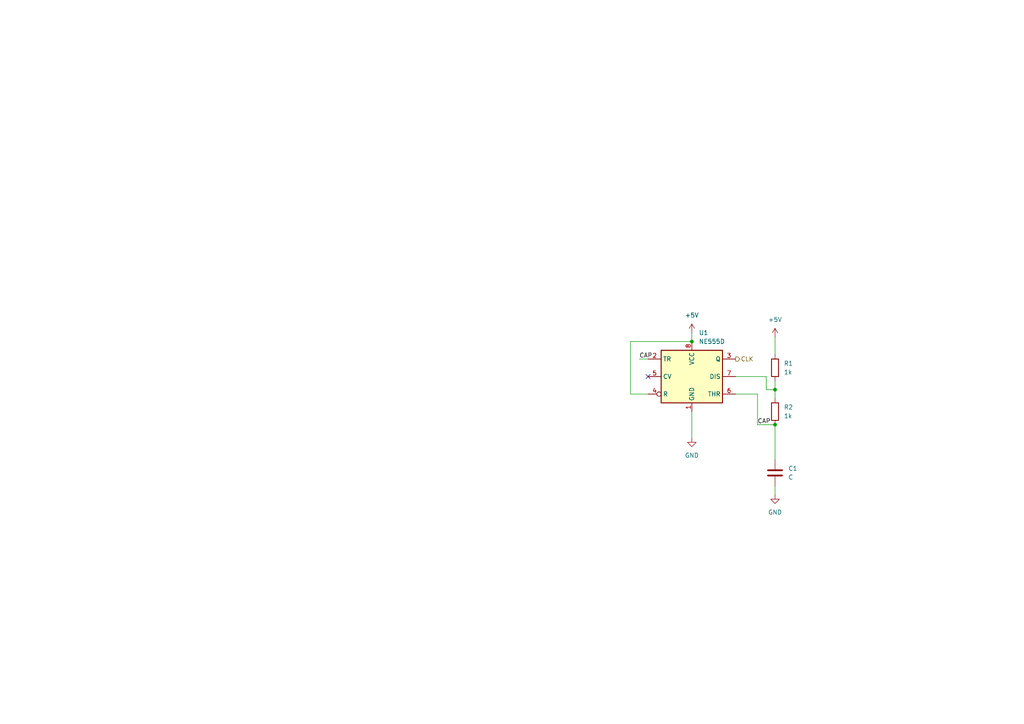
<source format=kicad_sch>
(kicad_sch (version 20211123) (generator eeschema)
  (paper "A4")
  (lib_symbols
    (symbol "Device:C" (pin_numbers hide) (pin_names (offset 0.254))
      (property "Reference" "C" (at 0.635 2.54 0))
      (property "Value" "C" (at 0.635 -2.54 0))
      (symbol "C_0_1"
        (polyline (pts (xy -2.032 -0.762) (xy 2.032 -0.762)) (stroke (width 0.508)))
        (polyline (pts (xy -2.032 0.762) (xy 2.032 0.762)) (stroke (width 0.508)))
      )
      (symbol "C_1_1"
        (pin passive line (at 0 3.81 270) (length 2.794) (name "~") (number "1"))
        (pin passive line (at 0 -3.81 90) (length 2.794) (name "~") (number "2"))
      )
    )
    (symbol "Device:R" (pin_numbers hide) (pin_names (offset 0))
      (property "Reference" "R" (at 2.032 0 90))
      (property "Value" "R" (at 0 0 90))
      (symbol "R_0_1"
        (rectangle (start -1.016 -2.54) (end 1.016 2.54) (stroke (width 0.254)))
      )
      (symbol "R_1_1"
        (pin passive line (at 0 3.81 270) (length 1.27) (name "~") (number "1"))
        (pin passive line (at 0 -3.81 90) (length 1.27) (name "~") (number "2"))
      )
    )
    (symbol "Timer:NE555D"
      (property "Reference" "U" (at -10.16 8.89 0))
      (property "Value" "NE555D" (at 2.54 8.89 0))
      (symbol "NE555D_0_0"
        (pin power_in line (at 0 -10.16 90) (length 2.54) (name "GND") (number "1"))
        (pin power_in line (at 0 10.16 270) (length 2.54) (name "VCC") (number "8"))
      )
      (symbol "NE555D_0_1"
        (rectangle (start -8.89 -7.62) (end 8.89 7.62) (stroke (width 0.254)) (fill (type background)))
        (rectangle (start -8.89 -7.62) (end 8.89 7.62) (stroke (width 0.254)) (fill (type background)))
      )
      (symbol "NE555D_1_1"
        (pin input line (at -12.7 5.08 0) (length 3.81) (name "TR") (number "2"))
        (pin output line (at 12.7 5.08 180) (length 3.81) (name "Q") (number "3"))
        (pin input inverted (at -12.7 -5.08 0) (length 3.81) (name "R") (number "4"))
        (pin input line (at -12.7 0 0) (length 3.81) (name "CV") (number "5"))
        (pin input line (at 12.7 -5.08 180) (length 3.81) (name "THR") (number "6"))
        (pin input line (at 12.7 0 180) (length 3.81) (name "DIS") (number "7"))
      )
    )
    (symbol "power:+5V" (power) (pin_names (offset 0))
      (property "Value" "+5V" (at 0 3.556 0))
      (symbol "+5V_0_1"
        (polyline (pts (xy -0.762 1.27) (xy 0 2.54)))
        (polyline (pts (xy 0 0) (xy 0 2.54)))
        (polyline (pts (xy 0 2.54) (xy 0.762 1.27)))
      )
      (symbol "+5V_1_1"
        (pin power_in line (at 0 0 90) (length 0) hide (name "+5V") (number "1"))
      )
    )
    (symbol "power:GND" (power) (pin_names (offset 0))
      (property "Value" "GND" (at 0 -3.81 0))
      (symbol "GND_0_1"
        (polyline (pts (xy 0 0) (xy 0 -1.27) (xy 1.27 -1.27) (xy 0 -2.54) (xy -1.27 -1.27) (xy 0 -1.27)))
      )
      (symbol "GND_1_1"
        (pin power_in line (at 0 0 270) (length 0) hide (name "GND") (number "1"))
      )
    )
  )
  (junction (at 224.79 113.03))
  (junction (at 224.79 123.19))
  (junction (at 200.66 99.06))
  (no_connect (at 187.96 109.22))
  (wire (pts (xy 219.71 123.19) (xy 224.79 123.19)))
  (wire (pts (xy 182.88 114.3) (xy 187.96 114.3)))
  (wire (pts (xy 224.79 123.19) (xy 224.79 133.35)))
  (wire (pts (xy 200.66 99.06) (xy 182.88 99.06)))
  (wire (pts (xy 224.79 113.03) (xy 224.79 115.57)))
  (wire (pts (xy 182.88 99.06) (xy 182.88 114.3)))
  (wire (pts (xy 224.79 97.79) (xy 224.79 102.87)))
  (wire (pts (xy 200.66 96.52) (xy 200.66 99.06)))
  (wire (pts (xy 200.66 119.38) (xy 200.66 127)))
  (wire (pts (xy 222.25 109.22) (xy 222.25 113.03)))
  (wire (pts (xy 219.71 114.3) (xy 219.71 123.19)))
  (wire (pts (xy 224.79 113.03) (xy 224.79 110.49)))
  (wire (pts (xy 213.36 109.22) (xy 222.25 109.22)))
  (wire (pts (xy 222.25 113.03) (xy 224.79 113.03)))
  (wire (pts (xy 185.42 104.14) (xy 187.96 104.14)))
  (wire (pts (xy 224.79 140.97) (xy 224.79 143.51)))
  (wire (pts (xy 213.36 114.3) (xy 219.71 114.3)))
  (label "CAP" (at 185.42 104.14 0))
  (label "CAP" (at 219.71 123.19 0))
  (hierarchical_label "CLK" (shape output) (at 213.36 104.14 0))
  (symbol (lib_id "power:GND") (at 200.66 127 0) (unit 1)
    (property "Reference" "#PWR0103" (effects hide))
    (property "Value" "GND" (at 200.66 132.08 0))
  )
  (symbol (lib_id "power:+5V") (at 200.66 96.52 0) (unit 1)
    (property "Reference" "#PWR0105" (effects hide))
    (property "Value" "+5V" (at 200.66 91.44 0))
  )
  (symbol (lib_id "power:+5V") (at 224.79 97.79 0) (unit 1)
    (property "Reference" "#PWR0104" (effects hide))
    (property "Value" "+5V" (at 224.79 92.71 0))
  )
  (symbol (lib_id "power:GND") (at 224.79 143.51 0) (unit 1)
    (property "Reference" "#PWR0106" (effects hide))
    (property "Value" "GND" (at 224.79 148.59 0))
  )
  (symbol (lib_id "Timer:NE555D") (at 200.66 109.22 0) (unit 1)
    (property "Reference" "U1" (at 202.6794 96.52 0) (effects (justify left)))
    (property "Value" "NE555D" (at 202.6794 99.06 0) (effects (justify left)))
    (property "Footprint" "Package_SO:SOIC-8_3.9x4.9mm_P1.27mm" (effects hide))
    (property "Datasheet" "http://www.ti.com/lit/ds/symlink/ne555.pdf" (effects hide))
  )
  (symbol (lib_id "Device:C") (at 224.79 137.16 0) (unit 1)
    (property "Reference" "C1" (at 228.6 135.8899 0) (effects (justify left)))
    (property "Value" "C" (at 228.6 138.4299 0) (effects (justify left)))
    (property "Footprint" "Capacitor_SMD:C_0603_1608Metric" (effects hide))
  )
  (symbol (lib_id "Device:R") (at 224.79 119.38 0) (unit 1)
    (property "Reference" "R2" (at 227.33 118.1099 0) (effects (justify left)))
    (property "Value" "1k" (at 227.33 120.6499 0) (effects (justify left)))
    (property "Footprint" "Resistor_SMD:R_0201_0603Metric" (effects hide))
  )
  (symbol (lib_id "Device:R") (at 224.79 106.68 0) (unit 1)
    (property "Reference" "R1" (at 227.33 105.4099 0) (effects (justify left)))
    (property "Value" "1k" (at 227.33 107.9499 0) (effects (justify left)))
    (property "Footprint" "Resistor_SMD:R_0201_0603Metric" (effects hide))
  )
)
</source>
